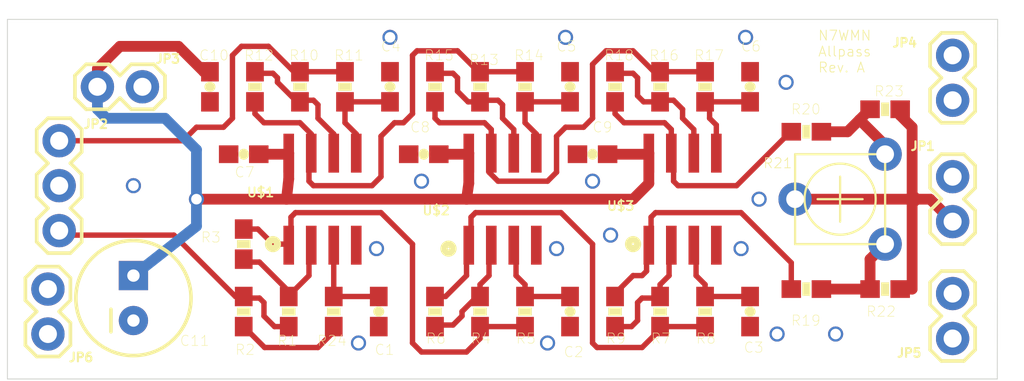
<source format=kicad_pcb>
(kicad_pcb (version 20211014) (generator pcbnew)
  (layers (0 "F.Cu" signal) (31 "B.Cu" signal) (34 "B.Paste" user) (35 "F.Paste" user) (36 "B.SilkS" user "B.Silkscreen") (37 "F.SilkS" user "F.Silkscreen") (38 "B.Mask" user) (39 "F.Mask" user) (44 "Edge.Cuts" user))
  (net 0 "")
  (net 1 "GND")
  (net 2 "N$2")
  (net 3 "N$3")
  (net 4 "N$5")
  (net 5 "N$6")
  (net 6 "N$7")
  (net 7 "N$9")
  (net 8 "N$11")
  (net 9 "N$12")
  (net 10 "N$14")
  (net 11 "N$15")
  (net 12 "N$16")
  (net 13 "N$18")
  (net 14 "N$20")
  (net 15 "N$21")
  (net 16 "N$8")
  (net 17 "N$13")
  (net 18 "N$17")
  (net 19 "N$22")
  (net 20 "VCC5")
  (net 21 "N$27")
  (net 22 "N$28")
  (net 23 "N$29")
  (net 24 "N$30")
  (net 25 "N$31")
  (net 26 "N$1")
  (footprint "allpass:0603-RES" (layer "F.Cu") (at 144.6911 98.6536 -90)
    (fp_text reference "R15" (at -1.778 0.635) (layer "F.SilkS") (effects (font (size 0.579689 0.579689) (thickness 0.029911)) (justify left)))
    (fp_text value "10K")
    (pad "1" smd rect (at -0.85 0 270) (size 1.1 1) (layers "F.Cu" "F.Paste" "F.Mask") (net 14 "N$20"))
    (pad "2" smd rect (at 0.85 0 270) (size 1.1 1) (layers "F.Cu" "F.Paste" "F.Mask") (net 16 "N$8"))
  )
  (footprint "allpass:0603-RES" (layer "F.Cu") (at 139.6111 98.6536 -90)
    (fp_text reference "R11" (at -1.778 0.635) (layer "F.SilkS") (effects (font (size 0.579689 0.579689) (thickness 0.029911)) (justify left)))
    (fp_text value "5.23K")
    (pad "1" smd rect (at -0.85 0 270) (size 1.1 1) (layers "F.Cu" "F.Paste" "F.Mask") (net 22 "N$28"))
    (pad "2" smd rect (at 0.85 0 270) (size 1.1 1) (layers "F.Cu" "F.Paste" "F.Mask") (net 12 "N$16"))
  )
  (footprint "allpass:0603-RES" (layer "F.Cu") (at 149.7711 98.6536 -90)
    (fp_text reference "R14" (at -1.778 0.635) (layer "F.SilkS") (effects (font (size 0.579689 0.579689) (thickness 0.029911)) (justify left)))
    (fp_text value "23.2K")
    (pad "1" smd rect (at -0.85 0 270) (size 1.1 1) (layers "F.Cu" "F.Paste" "F.Mask") (net 13 "N$18"))
    (pad "2" smd rect (at 0.85 0 270) (size 1.1 1) (layers "F.Cu" "F.Paste" "F.Mask") (net 15 "N$21"))
  )
  (footprint "allpass:0603-CAP" (layer "F.Cu") (at 153.5811 102.4636 180)
    (fp_text reference "C9" (at -1.143 1.524) (layer "F.SilkS") (effects (font (size 0.579689 0.579689) (thickness 0.029911)) (justify right)))
    (fp_text value "0.1uF")
    (pad "1" smd rect (at -0.85 0 180) (size 1.1 1) (layers "F.Cu" "F.Paste" "F.Mask") (net 20 "VCC5"))
    (pad "2" smd rect (at 0.85 0 180) (size 1.1 1) (layers "F.Cu" "F.Paste" "F.Mask") (net 1 "GND"))
  )
  (footprint "allpass:0603-CAP" (layer "F.Cu") (at 162.4711 98.6536 90)
    (fp_text reference "C6" (at 2.286 0.635) (layer "F.SilkS") (effects (font (size 0.579689 0.579689) (thickness 0.029911)) (justify right)))
    (fp_text value "0.01uF")
    (pad "1" smd rect (at -0.85 0 90) (size 1.1 1) (layers "F.Cu" "F.Paste" "F.Mask") (net 18 "N$17"))
    (pad "2" smd rect (at 0.85 0 90) (size 1.1 1) (layers "F.Cu" "F.Paste" "F.Mask") (net 1 "GND"))
  )
  (footprint "allpass:0603-CAP" (layer "F.Cu") (at 152.3111 111.3536 -90)
    (fp_text reference "C2" (at 2.286 0.381) (layer "F.SilkS") (effects (font (size 0.579689 0.579689) (thickness 0.029911)) (justify left)))
    (fp_text value "0.01uF")
    (pad "1" smd rect (at -0.85 0 270) (size 1.1 1) (layers "F.Cu" "F.Paste" "F.Mask") (net 6 "N$7"))
    (pad "2" smd rect (at 0.85 0 270) (size 1.1 1) (layers "F.Cu" "F.Paste" "F.Mask") (net 1 "GND"))
  )
  (footprint "allpass:0603-CAP" (layer "F.Cu") (at 141.5161 111.3536 -90)
    (fp_text reference "C1" (at 2.159 0.254) (layer "F.SilkS") (effects (font (size 0.579689 0.579689) (thickness 0.029911)) (justify left)))
    (fp_text value "0.01uF")
    (pad "1" smd rect (at -0.85 0 270) (size 1.1 1) (layers "F.Cu" "F.Paste" "F.Mask") (net 2 "N$2"))
    (pad "2" smd rect (at 0.85 0 270) (size 1.1 1) (layers "F.Cu" "F.Paste" "F.Mask") (net 1 "GND"))
  )
  (footprint "allpass:0603-RES" (layer "F.Cu") (at 157.3911 111.3536 90)
    (fp_text reference "R7" (at -1.524 0.635) (layer "F.SilkS") (effects (font (size 0.579689 0.579689) (thickness 0.029911)) (justify right)))
    (fp_text value "10K")
    (pad "1" smd rect (at -0.85 0 90) (size 1.1 1) (layers "F.Cu" "F.Paste" "F.Mask") (net 7 "N$9"))
    (pad "2" smd rect (at 0.85 0 90) (size 1.1 1) (layers "F.Cu" "F.Paste" "F.Mask") (net 8 "N$11"))
  )
  (footprint "allpass:0603-RES" (layer "F.Cu") (at 170.0911 99.9236)
    (fp_text reference "R23" (at -0.635 -1.016) (layer "F.SilkS") (effects (font (size 0.579689 0.579689) (thickness 0.029911)) (justify left)))
    (fp_text value "0")
    (pad "1" smd rect (at -0.85 0) (size 1.1 1) (layers "F.Cu" "F.Paste" "F.Mask") (net 23 "N$29"))
    (pad "2" smd rect (at 0.85 0) (size 1.1 1) (layers "F.Cu" "F.Paste" "F.Mask") (net 25 "N$31"))
  )
  (footprint "allpass:0603-RES" (layer "F.Cu") (at 133.8961 107.5436 90)
    (fp_text reference "R3" (at 0.381 -1.27) (layer "F.SilkS") (effects (font (size 0.579689 0.579689) (thickness 0.029911)) (justify right)))
    (fp_text value "10K")
    (pad "1" smd rect (at -0.85 0 90) (size 1.1 1) (layers "F.Cu" "F.Paste" "F.Mask") (net 3 "N$3"))
    (pad "2" smd rect (at 0.85 0 90) (size 1.1 1) (layers "F.Cu" "F.Paste" "F.Mask") (net 4 "N$5"))
  )
  (footprint "allpass:0603-RES" (layer "F.Cu") (at 165.6461 101.1936)
    (fp_text reference "R20" (at -0.889 -1.27) (layer "F.SilkS") (effects (font (size 0.579689 0.579689) (thickness 0.029911)) (justify left)))
    (fp_text value "4.7K")
    (pad "1" smd rect (at -0.85 0) (size 1.1 1) (layers "F.Cu" "F.Paste" "F.Mask") (net 19 "N$22"))
    (pad "2" smd rect (at 0.85 0) (size 1.1 1) (layers "F.Cu" "F.Paste" "F.Mask") (net 23 "N$29"))
  )
  (footprint "allpass:0603-RES" (layer "F.Cu") (at 136.4361 111.3536 90)
    (fp_text reference "R1" (at -1.651 0.508) (layer "F.SilkS") (effects (font (size 0.579689 0.579689) (thickness 0.029911)) (justify right)))
    (fp_text value "10K")
    (pad "1" smd rect (at -0.85 0 90) (size 1.1 1) (layers "F.Cu" "F.Paste" "F.Mask") (net 21 "N$27"))
    (pad "2" smd rect (at 0.85 0 90) (size 1.1 1) (layers "F.Cu" "F.Paste" "F.Mask") (net 3 "N$3"))
  )
  (footprint "allpass:1X02" (layer "F.Cu") (at 173.9011 112.8776 90)
    (fp_text reference "JP5" (at -0.8128 -1.7018) (layer "F.SilkS") (effects (font (size 0.4953 0.4953) (thickness 0.1143)) (justify right)))
    (fp_text value "M02PTH")
    (pad "1" thru_hole circle (at 0 0 180) (size 1.8796 1.8796) (drill 1.016) (layers *.Cu *.Mask) (net 1 "GND"))
    (pad "2" thru_hole circle (at 2.54 0 180) (size 1.8796 1.8796) (drill 1.016) (layers *.Cu *.Mask) (net 1 "GND"))
  )
  (footprint "allpass:0603-CAP" (layer "F.Cu") (at 144.0561 102.4636 180)
    (fp_text reference "C8" (at -0.381 1.524) (layer "F.SilkS") (effects (font (size 0.579689 0.579689) (thickness 0.029911)) (justify right)))
    (fp_text value "0.1uF")
    (pad "1" smd rect (at -0.85 0 180) (size 1.1 1) (layers "F.Cu" "F.Paste" "F.Mask") (net 20 "VCC5"))
    (pad "2" smd rect (at 0.85 0 180) (size 1.1 1) (layers "F.Cu" "F.Paste" "F.Mask") (net 1 "GND"))
  )
  (footprint "allpass:0603-CAP" (layer "F.Cu") (at 131.9911 98.6536 -90)
    (fp_text reference "C10" (at -1.778 0.635) (layer "F.SilkS") (effects (font (size 0.579689 0.579689) (thickness 0.029911)) (justify left)))
    (fp_text value "0.1uF")
    (pad "1" smd rect (at -0.85 0 270) (size 1.1 1) (layers "F.Cu" "F.Paste" "F.Mask") (net 20 "VCC5"))
    (pad "2" smd rect (at 0.85 0 270) (size 1.1 1) (layers "F.Cu" "F.Paste" "F.Mask") (net 1 "GND"))
  )
  (footprint "allpass:0603-RES" (layer "F.Cu") (at 154.8511 111.3536 90)
    (fp_text reference "R9" (at -1.524 0.635) (layer "F.SilkS") (effects (font (size 0.579689 0.579689) (thickness 0.029911)) (justify right)))
    (fp_text value "10K")
    (pad "1" smd rect (at -0.85 0 90) (size 1.1 1) (layers "F.Cu" "F.Paste" "F.Mask") (net 8 "N$11"))
    (pad "2" smd rect (at 0.85 0 90) (size 1.1 1) (layers "F.Cu" "F.Paste" "F.Mask") (net 10 "N$14"))
  )
  (footprint "allpass:0603-CAP" (layer "F.Cu") (at 142.1511 98.6536 90)
    (fp_text reference "C4" (at 2.286 0.635) (layer "F.SilkS") (effects (font (size 0.579689 0.579689) (thickness 0.029911)) (justify right)))
    (fp_text value "0.01uF")
    (pad "1" smd rect (at -0.85 0 90) (size 1.1 1) (layers "F.Cu" "F.Paste" "F.Mask") (net 12 "N$16"))
    (pad "2" smd rect (at 0.85 0 90) (size 1.1 1) (layers "F.Cu" "F.Paste" "F.Mask") (net 1 "GND"))
  )
  (footprint "allpass:0603-CAP" (layer "F.Cu") (at 162.4711 111.3536 -90)
    (fp_text reference "C3" (at 2.032 0.381) (layer "F.SilkS") (effects (font (size 0.579689 0.579689) (thickness 0.029911)) (justify left)))
    (fp_text value "0.01uF")
    (pad "1" smd rect (at -0.85 0 270) (size 1.1 1) (layers "F.Cu" "F.Paste" "F.Mask") (net 9 "N$12"))
    (pad "2" smd rect (at 0.85 0 270) (size 1.1 1) (layers "F.Cu" "F.Paste" "F.Mask") (net 1 "GND"))
  )
  (footprint "allpass:0603-RES" (layer "F.Cu") (at 133.8961 111.3536 -90)
    (fp_text reference "R2" (at 2.159 0.508) (layer "F.SilkS") (effects (font (size 0.579689 0.579689) (thickness 0.029911)) (justify left)))
    (fp_text value "1.5K")
    (pad "1" smd rect (at -0.85 0 270) (size 1.1 1) (layers "F.Cu" "F.Paste" "F.Mask") (net 21 "N$27"))
    (pad "2" smd rect (at 0.85 0 270) (size 1.1 1) (layers "F.Cu" "F.Paste" "F.Mask") (net 26 "N$1"))
  )
  (footprint "allpass:0603-RES" (layer "F.Cu") (at 147.2311 111.3536 90)
    (fp_text reference "R4" (at -1.524 0.635) (layer "F.SilkS") (effects (font (size 0.579689 0.579689) (thickness 0.029911)) (justify right)))
    (fp_text value "10K")
    (pad "1" smd rect (at -0.85 0 90) (size 1.1 1) (layers "F.Cu" "F.Paste" "F.Mask") (net 4 "N$5"))
    (pad "2" smd rect (at 0.85 0 90) (size 1.1 1) (layers "F.Cu" "F.Paste" "F.Mask") (net 5 "N$6"))
  )
  (footprint "allpass:1X02" (layer "F.Cu") (at 122.8471 112.6236 90)
    (fp_text reference "JP6" (at -1.3208 2.6162) (layer "F.SilkS") (effects (font (size 0.4953 0.4953) (thickness 0.1143)) (justify right)))
    (fp_text value "M02PTH")
    (pad "1" thru_hole circle (at 0 0 180) (size 1.8796 1.8796) (drill 1.016) (layers *.Cu *.Mask) (net 1 "GND"))
    (pad "2" thru_hole circle (at 2.54 0 180) (size 1.8796 1.8796) (drill 1.016) (layers *.Cu *.Mask) (net 1 "GND"))
  )
  (footprint "allpass:CPOL-RADIAL-100UF-25V" (layer "F.Cu") (at 127.6731 110.5916 90)
    (fp_text reference "C11" (at -2.413 4.318) (layer "F.SilkS") (effects (font (size 0.579689 0.579689) (thickness 0.029911)) (justify right)))
    (fp_text value "100uF")
    (pad "1" thru_hole rect (at 1.27 0 90) (size 1.651 1.651) (drill 0.7) (layers *.Cu *.Mask) (net 20 "VCC5"))
    (pad "2" thru_hole circle (at -1.27 0 90) (size 1.651 1.651) (drill 0.7) (layers *.Cu *.Mask) (net 1 "GND"))
  )
  (footprint "allpass:0603-RES" (layer "F.Cu") (at 157.3911 98.6536 -90)
    (fp_text reference "R16" (at -1.778 0.635) (layer "F.SilkS") (effects (font (size 0.579689 0.579689) (thickness 0.029911)) (justify left)))
    (fp_text value "10K")
    (pad "1" smd rect (at -0.85 0 270) (size 1.1 1) (layers "F.Cu" "F.Paste" "F.Mask") (net 16 "N$8"))
    (pad "2" smd rect (at 0.85 0 270) (size 1.1 1) (layers "F.Cu" "F.Paste" "F.Mask") (net 17 "N$13"))
  )
  (footprint "allpass:0603-RES" (layer "F.Cu") (at 144.6911 111.3536 90)
    (fp_text reference "R6" (at -1.524 0.635) (layer "F.SilkS") (effects (font (size 0.579689 0.579689) (thickness 0.029911)) (justify right)))
    (fp_text value "10K")
    (pad "1" smd rect (at -0.85 0 90) (size 1.1 1) (layers "F.Cu" "F.Paste" "F.Mask") (net 5 "N$6"))
    (pad "2" smd rect (at 0.85 0 90) (size 1.1 1) (layers "F.Cu" "F.Paste" "F.Mask") (net 7 "N$9"))
  )
  (footprint "allpass:0603-RES" (layer "F.Cu") (at 170.0911 110.0836 180)
    (fp_text reference "R22" (at -0.635 -1.27) (layer "F.SilkS") (effects (font (size 0.579689 0.579689) (thickness 0.029911)) (justify right)))
    (fp_text value "0")
    (pad "1" smd rect (at -0.85 0 180) (size 1.1 1) (layers "F.Cu" "F.Paste" "F.Mask") (net 25 "N$31"))
    (pad "2" smd rect (at 0.85 0 180) (size 1.1 1) (layers "F.Cu" "F.Paste" "F.Mask") (net 24 "N$30"))
  )
  (footprint "allpass:0603-RES" (layer "F.Cu") (at 134.5311 98.6536 -90)
    (fp_text reference "R12" (at -1.778 0.635) (layer "F.SilkS") (effects (font (size 0.579689 0.579689) (thickness 0.029911)) (justify left)))
    (fp_text value "10K")
    (pad "1" smd rect (at -0.85 0 270) (size 1.1 1) (layers "F.Cu" "F.Paste" "F.Mask") (net 11 "N$15"))
    (pad "2" smd rect (at 0.85 0 270) (size 1.1 1) (layers "F.Cu" "F.Paste" "F.Mask") (net 13 "N$18"))
  )
  (footprint "allpass:0603-RES" (layer "F.Cu") (at 147.2311 98.6536 -90)
    (fp_text reference "R13" (at -1.524 0.635) (layer "F.SilkS") (effects (font (size 0.579689 0.579689) (thickness 0.029911)) (justify left)))
    (fp_text value "10K")
    (pad "1" smd rect (at -0.85 0 270) (size 1.1 1) (layers "F.Cu" "F.Paste" "F.Mask") (net 13 "N$18"))
    (pad "2" smd rect (at 0.85 0 270) (size 1.1 1) (layers "F.Cu" "F.Paste" "F.Mask") (net 14 "N$20"))
  )
  (footprint "allpass:SOIC8" (layer "F.Cu") (at 148.5011 105.0036)
    (fp_text reference "U$2" (at -2.921 0.635) (layer "F.SilkS") (effects (font (size 0.516128 0.516128) (thickness 0.093472)) (justify right)))
    (fp_text value "LM4562")
    (pad "1" smd rect (at -1.905 2.6) (size 0.6 2.2) (layers "F.Cu" "F.Paste" "F.Mask") (net 7 "N$9"))
    (pad "2" smd rect (at -0.635 2.6) (size 0.6 2.2) (layers "F.Cu" "F.Paste" "F.Mask") (net 5 "N$6"))
    (pad "3" smd rect (at 0.635 2.6) (size 0.6 2.2) (layers "F.Cu" "F.Paste" "F.Mask") (net 6 "N$7"))
    (pad "4" smd rect (at 1.905 2.6) (size 0.6 2.2) (layers "F.Cu" "F.Paste" "F.Mask") (net 1 "GND"))
    (pad "5" smd rect (at 1.905 -2.6) (size 0.6 2.2) (layers "F.Cu" "F.Paste" "F.Mask") (net 15 "N$21"))
    (pad "6" smd rect (at 0.635 -2.6) (size 0.6 2.2) (layers "F.Cu" "F.Paste" "F.Mask") (net 14 "N$20"))
    (pad "7" smd rect (at -0.635 -2.6) (size 0.6 2.2) (layers "F.Cu" "F.Paste" "F.Mask") (net 16 "N$8"))
    (pad "8" smd rect (at -1.905 -2.6) (size 0.6 2.2) (layers "F.Cu" "F.Paste" "F.Mask") (net 20 "VCC5"))
  )
  (footprint "allpass:0603-RES" (layer "F.Cu") (at 149.7711 111.3536 90)
    (fp_text reference "R5" (at -1.524 0.635) (layer "F.SilkS") (effects (font (size 0.579689 0.579689) (thickness 0.029911)) (justify right)))
    (fp_text value "11.3K")
    (pad "1" smd rect (at -0.85 0 90) (size 1.1 1) (layers "F.Cu" "F.Paste" "F.Mask") (net 4 "N$5"))
    (pad "2" smd rect (at 0.85 0 90) (size 1.1 1) (layers "F.Cu" "F.Paste" "F.Mask") (net 6 "N$7"))
  )
  (footprint "allpass:0603-CAP" (layer "F.Cu") (at 133.8961 102.4636 180)
    (fp_text reference "C7" (at -0.635 -1.016) (layer "F.SilkS") (effects (font (size 0.579689 0.579689) (thickness 0.029911)) (justify right)))
    (fp_text value "0.1uF")
    (pad "1" smd rect (at -0.85 0 180) (size 1.1 1) (layers "F.Cu" "F.Paste" "F.Mask") (net 20 "VCC5"))
    (pad "2" smd rect (at 0.85 0 180) (size 1.1 1) (layers "F.Cu" "F.Paste" "F.Mask") (net 1 "GND"))
  )
  (footprint "allpass:0603-RES" (layer "F.Cu") (at 159.9311 111.3536 90)
    (fp_text reference "R8" (at -1.524 0.635) (layer "F.SilkS") (effects (font (size 0.579689 0.579689) (thickness 0.029911)) (justify right)))
    (fp_text value "51.1K")
    (pad "1" smd rect (at -0.85 0 90) (size 1.1 1) (layers "F.Cu" "F.Paste" "F.Mask") (net 7 "N$9"))
    (pad "2" smd rect (at 0.85 0 90) (size 1.1 1) (layers "F.Cu" "F.Paste" "F.Mask") (net 9 "N$12"))
  )
  (footprint "allpass:1X02" (layer "F.Cu") (at 173.9011 99.4156 90)
    (fp_text reference "JP4" (at 3.2512 -1.9558) (layer "F.SilkS") (effects (font (size 0.4953 0.4953) (thickness 0.1143)) (justify right)))
    (fp_text value "M02PTH")
    (pad "1" thru_hole circle (at 0 0 180) (size 1.8796 1.8796) (drill 1.016) (layers *.Cu *.Mask) (net 1 "GND"))
    (pad "2" thru_hole circle (at 2.54 0 180) (size 1.8796 1.8796) (drill 1.016) (layers *.Cu *.Mask) (net 1 "GND"))
  )
  (footprint "allpass:TRIM_POT_PTH" (layer "F.Cu") (at 167.5511 105.0036 90)
    (fp_text reference "R21" (at 2.032 -2.667) (layer "F.SilkS") (effects (font (size 0.564733 0.564733) (thickness 0.044867)) (justify right)))
    (fp_text value "TRIMPOTPTH")
    (pad "1" thru_hole circle (at -2.54 2.54 270) (size 1.8796 1.8796) (drill 1) (layers *.Cu *.Mask) (net 24 "N$30"))
    (pad "2" thru_hole circle (at 0 -2.54 270) (size 1.8796 1.8796) (drill 1) (layers *.Cu *.Mask) (net 25 "N$31"))
    (pad "3" thru_hole circle (at 2.54 2.54 270) (size 1.8796 1.8796) (drill 1) (layers *.Cu *.Mask) (net 23 "N$29"))
  )
  (footprint "allpass:1X02" (layer "F.Cu") (at 125.6411 98.6536)
    (fp_text reference "JP3" (at 3.2258 -1.5748) (layer "F.SilkS") (effects (font (size 0.4953 0.4953) (thickness 0.1143)) (justify left)))
    (fp_text value "M02PTH")
    (pad "1" thru_hole circle (at 0 0 90) (size 1.8796 1.8796) (drill 1.016) (layers *.Cu *.Mask) (net 20 "VCC5"))
    (pad "2" thru_hole circle (at 2.54 0 90) (size 1.8796 1.8796) (drill 1.016) (layers *.Cu *.Mask) (net 1 "GND"))
  )
  (footprint "allpass:SOIC8" (layer "F.Cu") (at 158.6611 105.0036)
    (fp_text reference "U$3" (at -2.667 0.381) (layer "F.SilkS") (effects (font (size 0.516128 0.516128) (thickness 0.093472)) (justify right)))
    (fp_text value "LM4562")
    (pad "1" smd rect (at -1.905 2.6) (size 0.6 2.2) (layers "F.Cu" "F.Paste" "F.Mask") (net 10 "N$14"))
    (pad "2" smd rect (at -0.635 2.6) (size 0.6 2.2) (layers "F.Cu" "F.Paste" "F.Mask") (net 8 "N$11"))
    (pad "3" smd rect (at 0.635 2.6) (size 0.6 2.2) (layers "F.Cu" "F.Paste" "F.Mask") (net 9 "N$12"))
    (pad "4" smd rect (at 1.905 2.6) (size 0.6 2.2) (layers "F.Cu" "F.Paste" "F.Mask") (net 1 "GND"))
    (pad "5" smd rect (at 1.905 -2.6) (size 0.6 2.2) (layers "F.Cu" "F.Paste" "F.Mask") (net 18 "N$17"))
    (pad "6" smd rect (at 0.635 -2.6) (size 0.6 2.2) (layers "F.Cu" "F.Paste" "F.Mask") (net 17 "N$13"))
    (pad "7" smd rect (at -0.635 -2.6) (size 0.6 2.2) (layers "F.Cu" "F.Paste" "F.Mask") (net 19 "N$22"))
    (pad "8" smd rect (at -1.905 -2.6) (size 0.6 2.2) (layers "F.Cu" "F.Paste" "F.Mask") (net 20 "VCC5"))
  )
  (footprint "allpass:0603-RES" (layer "F.Cu") (at 159.9311 98.6536 -90)
    (fp_text reference "R17" (at -1.778 0.635) (layer "F.SilkS") (effects (font (size 0.579689 0.579689) (thickness 0.029911)) (justify left)))
    (fp_text value "178K")
    (pad "1" smd rect (at -0.85 0 270) (size 1.1 1) (layers "F.Cu" "F.Paste" "F.Mask") (net 16 "N$8"))
    (pad "2" smd rect (at 0.85 0 270) (size 1.1 1) (layers "F.Cu" "F.Paste" "F.Mask") (net 18 "N$17"))
  )
  (footprint "allpass:1X02" (layer "F.Cu") (at 173.9011 106.2736 90)
    (fp_text reference "JP1" (at 4.2672 -0.9398) (layer "F.SilkS") (effects (font (size 0.4953 0.4953) (thickness 0.1143)) (justify right)))
    (fp_text value "M02PTH")
    (pad "1" thru_hole circle (at 0 0 180) (size 1.8796 1.8796) (drill 1.016) (layers *.Cu *.Mask) (net 25 "N$31"))
    (pad "2" thru_hole circle (at 2.54 0 180) (size 1.8796 1.8796) (drill 1.016) (layers *.Cu *.Mask) (net 1 "GND"))
  )
  (footprint "allpass:0603-CAP" (layer "F.Cu") (at 152.3111 98.6536 90)
    (fp_text reference "C5" (at 2.286 0.381) (layer "F.SilkS") (effects (font (size 0.579689 0.579689) (thickness 0.029911)) (justify right)))
    (fp_text value "0.01uF")
    (pad "1" smd rect (at -0.85 0 90) (size 1.1 1) (layers "F.Cu" "F.Paste" "F.Mask") (net 15 "N$21"))
    (pad "2" smd rect (at 0.85 0 90) (size 1.1 1) (layers "F.Cu" "F.Paste" "F.Mask") (net 1 "GND"))
  )
  (footprint "allpass:SOIC8" (layer "F.Cu") (at 138.3411 105.0036)
    (fp_text reference "U$1" (at -2.667 -0.381) (layer "F.SilkS") (effects (font (size 0.516128 0.516128) (thickness 0.093472)) (justify right)))
    (fp_text value "LM4562")
    (pad "1" smd rect (at -1.905 2.6) (size 0.6 2.2) (layers "F.Cu" "F.Paste" "F.Mask") (net 4 "N$5"))
    (pad "2" smd rect (at -0.635 2.6) (size 0.6 2.2) (layers "F.Cu" "F.Paste" "F.Mask") (net 3 "N$3"))
    (pad "3" smd rect (at 0.635 2.6) (size 0.6 2.2) (layers "F.Cu" "F.Paste" "F.Mask") (net 2 "N$2"))
    (pad "4" smd rect (at 1.905 2.6) (size 0.6 2.2) (layers "F.Cu" "F.Paste" "F.Mask") (net 1 "GND"))
    (pad "5" smd rect (at 1.905 -2.6) (size 0.6 2.2) (layers "F.Cu" "F.Paste" "F.Mask") (net 12 "N$16"))
    (pad "6" smd rect (at 0.635 -2.6) (size 0.6 2.2) (layers "F.Cu" "F.Paste" "F.Mask") (net 11 "N$15"))
    (pad "7" smd rect (at -0.635 -2.6) (size 0.6 2.2) (layers "F.Cu" "F.Paste" "F.Mask") (net 13 "N$18"))
    (pad "8" smd rect (at -1.905 -2.6) (size 0.6 2.2) (layers "F.Cu" "F.Paste" "F.Mask") (net 20 "VCC5"))
  )
  (footprint "allpass:0603-RES" (layer "F.Cu") (at 165.6461 110.0836)
    (fp_text reference "R19" (at -0.889 1.778) (layer "F.SilkS") (effects (font (size 0.579689 0.579689) (thickness 0.029911)) (justify left)))
    (fp_text value "4.7K")
    (pad "1" smd rect (at -0.85 0) (size 1.1 1) (layers "F.Cu" "F.Paste" "F.Mask") (net 10 "N$14"))
    (pad "2" smd rect (at 0.85 0) (size 1.1 1) (layers "F.Cu" "F.Paste" "F.Mask") (net 24 "N$30"))
  )
  (footprint "allpass:1X03" (layer "F.Cu") (at 123.4821 101.7016 -90)
    (fp_text reference "JP2" (at -0.9398 -1.3208) (layer "F.SilkS") (effects (font (size 0.4953 0.4953) (thickness 0.1143)) (justify left)))
    (fp_text value "")
    (pad "1" thru_hole circle (at 0 0) (size 1.8796 1.8796) (drill 1.016) (layers *.Cu *.Mask) (net 22 "N$28"))
    (pad "2" thru_hole circle (at 2.54 0) (size 1.8796 1.8796) (drill 1.016) (layers *.Cu *.Mask) (net 1 "GND"))
    (pad "3" thru_hole circle (at 5.08 0) (size 1.8796 1.8796) (drill 1.016) (layers *.Cu *.Mask) (net 21 "N$27"))
  )
  (footprint "allpass:0603-RES" (layer "F.Cu") (at 154.8511 98.6536 -90)
    (fp_text reference "R18" (at -1.778 0.635) (layer "F.SilkS") (effects (font (size 0.579689 0.579689) (thickness 0.029911)) (justify left)))
    (fp_text value "10K")
    (pad "1" smd rect (at -0.85 0 270) (size 1.1 1) (layers "F.Cu" "F.Paste" "F.Mask") (net 17 "N$13"))
    (pad "2" smd rect (at 0.85 0 270) (size 1.1 1) (layers "F.Cu" "F.Paste" "F.Mask") (net 19 "N$22"))
  )
  (footprint "allpass:0603-RES" (layer "F.Cu") (at 137.0711 98.6536 -90)
    (fp_text reference "R10" (at -1.778 0.635) (layer "F.SilkS") (effects (font (size 0.579689 0.579689) (thickness 0.029911)) (justify left)))
    (fp_text value "10K")
    (pad "1" smd rect (at -0.85 0 270) (size 1.1 1) (layers "F.Cu" "F.Paste" "F.Mask") (net 22 "N$28"))
    (pad "2" smd rect (at 0.85 0 270) (size 1.1 1) (layers "F.Cu" "F.Paste" "F.Mask") (net 11 "N$15"))
  )
  (footprint "allpass:0603-RES" (layer "F.Cu") (at 138.9761 111.3536 90)
    (fp_text reference "R24" (at -1.651 0.762) (layer "F.SilkS") (effects (font (size 0.579689 0.579689) (thickness 0.029911)) (justify right)))
    (fp_text value "200")
    (pad "1" smd rect (at -0.85 0 90) (size 1.1 1) (layers "F.Cu" "F.Paste" "F.Mask") (net 26 "N$1"))
    (pad "2" smd rect (at 0.85 0 90) (size 1.1 1) (layers "F.Cu" "F.Paste" "F.Mask") (net 2 "N$2"))
  )
  (gr_circle (center 145.4531 107.7976) (end 145.7071 107.7976) (layer "F.SilkS") (width 0.4064) (fill none))
  (gr_circle (center 135.5471 107.5436) (end 135.8011 107.5436) (layer "F.SilkS") (width 0.4064) (fill none))
  (gr_circle (center 155.8671 107.5436) (end 156.1211 107.5436) (layer "F.SilkS") (width 0.4064) (fill none))
  (gr_line (start 120.5611 115.1636) (end 176.4211 115.1636) (layer "Edge.Cuts") (width 0.05))
  (gr_line (start 176.4211 115.1636) (end 176.4411 94.8436) (layer "Edge.Cuts") (width 0.05))
  (gr_line (start 120.5611 94.8436) (end 120.5611 115.1636) (layer "Edge.Cuts") (width 0.05))
  (gr_line (start 176.4411 94.8436) (end 120.5611 94.8436) (layer "Edge.Cuts") (width 0.05))
  (gr_text "N7WMN\nAllpass\nRev. A" (at 166.2811 97.8916) (layer "F.SilkS") (effects (font (size 0.560832 0.560832) (thickness 0.048768)) (justify left bottom)))
  (via (at 152.0571 95.8596) (size 0.854) (drill 0.6) (layers "F.Cu" "B.Cu") (net 1))
  (via (at 127.6731 104.2416) (size 0.854) (drill 0.6) (layers "F.Cu" "B.Cu") (net 1))
  (via (at 141.3891 107.7976) (size 0.854) (drill 0.6) (layers "F.Cu" "B.Cu") (net 1))
  (via (at 163.9951 112.6236) (size 0.854) (drill 0.6) (layers "F.Cu" "B.Cu") (net 1))
  (via (at 161.9631 107.7976) (size 0.854) (drill 0.6) (layers "F.Cu" "B.Cu") (net 1))
  (via (at 154.5971 107.0356) (size 0.854) (drill 0.6) (layers "F.Cu" "B.Cu") (net 1))
  (via (at 143.9291 103.9876) (size 0.854) (drill 0.6) (layers "F.Cu" "B.Cu") (net 1))
  (via (at 140.3731 113.1316) (size 0.854) (drill 0.6) (layers "F.Cu" "B.Cu") (net 1))
  (via (at 153.5811 103.9876) (size 0.854) (drill 0.6) (layers "F.Cu" "B.Cu") (net 1))
  (via (at 151.5491 107.7976) (size 0.854) (drill 0.6) (layers "F.Cu" "B.Cu") (net 1))
  (via (at 164.5031 98.3996) (size 0.854) (drill 0.6) (layers "F.Cu" "B.Cu") (net 1))
  (via (at 162.2171 95.8596) (size 0.854) (drill 0.6) (layers "F.Cu" "B.Cu") (net 1))
  (via (at 167.2971 112.6236) (size 0.854) (drill 0.6) (layers "F.Cu" "B.Cu") (net 1))
  (via (at 151.0411 113.1316) (size 0.854) (drill 0.6) (layers "F.Cu" "B.Cu") (net 1))
  (via (at 162.9791 105.0036) (size 0.854) (drill 0.6) (layers "F.Cu" "B.Cu") (net 1))
  (via (at 142.1511 95.8596) (size 0.854) (drill 0.6) (layers "F.Cu" "B.Cu") (net 1))
  (segment (start 138.9761 110.5036) (end 138.9761 107.6036) (width 0.3048) (layer "F.Cu") (net 2))
  (segment (start 141.5161 110.5036) (end 138.9761 110.5036) (width 0.3048) (layer "F.Cu") (net 2))
  (segment (start 136.4361 110.5036) (end 136.4361 110.4646) (width 0.3048) (layer "F.Cu") (net 3))
  (segment (start 134.0621 108.5596) (end 133.8961 108.3936) (width 0.3048) (layer "F.Cu") (net 3))
  (segment (start 137.5791 109.3216) (end 137.5791 107.7306) (width 0.3048) (layer "F.Cu") (net 3))
  (segment (start 136.4361 110.2106) (end 134.7851 108.5596) (width 0.3048) (layer "F.Cu") (net 3))
  (segment (start 136.4361 110.5036) (end 136.4361 110.2106) (width 0.3048) (layer "F.Cu") (net 3))
  (segment (start 137.5791 107.7306) (end 137.7061 107.6036) (width 0.3048) (layer "F.Cu") (net 3))
  (segment (start 136.4361 110.4646) (end 137.5791 109.3216) (width 0.3048) (layer "F.Cu") (net 3))
  (segment (start 134.7851 108.5596) (end 134.0621 108.5596) (width 0.3048) (layer "F.Cu") (net 3))
  (segment (start 143.4211 107.5436) (end 141.6431 105.7656) (width 0.3048) (layer "F.Cu") (net 4))
  (segment (start 133.8961 106.6936) (end 134.6971 106.6936) (width 0.3048) (layer "F.Cu") (net 4))
  (segment (start 136.3761 107.5436) (end 136.4361 107.6036) (width 0.3048) (layer "F.Cu") (net 4))
  (segment (start 143.4211 113.1316) (end 143.4211 107.5436) (width 0.3048) (layer "F.Cu") (net 4))
  (segment (start 146.4691 113.6396) (end 143.9291 113.6396) (width 0.3048) (layer "F.Cu") (net 4))
  (segment (start 136.5631 106.0196) (end 136.5631 107.4766) (width 0.3048) (layer "F.Cu") (net 4))
  (segment (start 149.7711 112.2036) (end 147.2311 112.2036) (width 0.3048) (layer "F.Cu") (net 4))
  (segment (start 147.2311 112.8776) (end 146.4691 113.6396) (width 0.3048) (layer "F.Cu") (net 4))
  (segment (start 147.2311 112.2036) (end 147.2311 112.8776) (width 0.3048) (layer "F.Cu") (net 4))
  (segment (start 136.5631 107.4766) (end 136.4361 107.6036) (width 0.3048) (layer "F.Cu") (net 4))
  (segment (start 143.9291 113.6396) (end 143.4211 113.1316) (width 0.3048) (layer "F.Cu") (net 4))
  (segment (start 136.8171 105.7656) (end 136.5631 106.0196) (width 0.3048) (layer "F.Cu") (net 4))
  (segment (start 141.6431 105.7656) (end 136.8171 105.7656) (width 0.3048) (layer "F.Cu") (net 4))
  (segment (start 134.6971 106.6936) (end 135.5471 107.5436) (width 0.3048) (layer "F.Cu") (net 4))
  (segment (start 135.5471 107.5436) (end 136.3761 107.5436) (width 0.3048) (layer "F.Cu") (net 4))
  (segment (start 147.2311 109.8296) (end 147.7391 109.3216) (width 0.3048) (layer "F.Cu") (net 5))
  (segment (start 147.2311 110.5036) (end 147.0651 110.5036) (width 0.3048) (layer "F.Cu") (net 5))
  (segment (start 147.7391 107.7306) (end 147.8661 107.6036) (width 0.3048) (layer "F.Cu") (net 5))
  (segment (start 144.7791 112.1156) (end 144.6911 112.2036) (width 0.3048) (layer "F.Cu") (net 5))
  (segment (start 146.2151 111.3536) (end 146.2151 111.6076) (width 0.3048) (layer "F.Cu") (net 5))
  (segment (start 147.2311 110.5036) (end 147.2311 109.8296) (width 0.3048) (layer "F.Cu") (net 5))
  (segment (start 147.0651 110.5036) (end 146.2151 111.3536) (width 0.3048) (layer "F.Cu") (net 5))
  (segment (start 146.2151 111.6076) (end 145.7071 112.1156) (width 0.3048) (layer "F.Cu") (net 5))
  (segment (start 147.7391 109.3216) (end 147.7391 107.7306) (width 0.3048) (layer "F.Cu") (net 5))
  (segment (start 145.7071 112.1156) (end 144.7791 112.1156) (width 0.3048) (layer "F.Cu") (net 5))
  (segment (start 149.2631 107.7306) (end 149.1361 107.6036) (width 0.3048) (layer "F.Cu") (net 6))
  (segment (start 149.2631 109.3216) (end 149.2631 107.7306) (width 0.3048) (layer "F.Cu") (net 6))
  (segment (start 149.7711 109.8296) (end 149.2631 109.3216) (width 0.3048) (layer "F.Cu") (net 6))
  (segment (start 149.7711 110.5036) (end 149.7711 109.8296) (width 0.3048) (layer "F.Cu") (net 6))
  (segment (start 152.3111 110.5036) (end 149.7711 110.5036) (width 0.3048) (layer "F.Cu") (net 6))
  (segment (start 153.5811 107.5436) (end 151.8031 105.7656) (width 0.3048) (layer "F.Cu") (net 7))
  (segment (start 146.7231 106.0196) (end 146.7231 107.4766) (width 0.3048) (layer "F.Cu") (net 7))
  (segment (start 146.7231 107.4766) (end 146.5961 107.6036) (width 0.3048) (layer "F.Cu") (net 7))
  (segment (start 157.3911 112.3696) (end 156.3751 113.3856) (width 0.3048) (layer "F.Cu") (net 7))
  (segment (start 153.8351 113.3856) (end 153.5811 113.1316) (width 0.3048) (layer "F.Cu") (net 7))
  (segment (start 145.2871 110.5036) (end 146.4691 109.3216) (width 0.3048) (layer "F.Cu") (net 7))
  (segment (start 151.8031 105.7656) (end 146.9771 105.7656) (width 0.3048) (layer "F.Cu") (net 7))
  (segment (start 146.9771 105.7656) (end 146.7231 106.0196) (width 0.3048) (layer "F.Cu") (net 7))
  (segment (start 157.3911 112.2036) (end 157.3911 112.3696) (width 0.3048) (layer "F.Cu") (net 7))
  (segment (start 146.4691 107.7306) (end 146.5961 107.6036) (width 0.3048) (layer "F.Cu") (net 7))
  (segment (start 144.6911 110.5036) (end 145.2871 110.5036) (width 0.3048) (layer "F.Cu") (net 7))
  (segment (start 146.4691 109.3216) (end 146.4691 107.7306) (width 0.3048) (layer "F.Cu") (net 7))
  (segment (start 156.3751 113.3856) (end 153.8351 113.3856) (width 0.3048) (layer "F.Cu") (net 7))
  (segment (start 159.9311 112.2036) (end 157.3911 112.2036) (width 0.3048) (layer "F.Cu") (net 7))
  (segment (start 153.5811 113.1316) (end 153.5811 107.5436) (width 0.3048) (layer "F.Cu") (net 7))
  (segment (start 157.3911 109.8296) (end 157.8991 109.3216) (width 0.3048) (layer "F.Cu") (net 8))
  (segment (start 157.8991 109.3216) (end 157.8991 107.7306) (width 0.3048) (layer "F.Cu") (net 8))
  (segment (start 154.8511 112.2036) (end 155.7791 112.2036) (width 0.3048) (layer "F.Cu") (net 8))
  (segment (start 155.7791 112.2036) (end 156.1211 111.8616) (width 0.3048) (layer "F.Cu") (net 8))
  (segment (start 156.3751 110.5916) (end 157.3031 110.5916) (width 0.3048) (layer "F.Cu") (net 8))
  (segment (start 157.3031 110.5916) (end 157.3911 110.5036) (width 0.3048) (layer "F.Cu") (net 8))
  (segment (start 156.1211 111.8616) (end 156.1211 110.8456) (width 0.3048) (layer "F.Cu") (net 8))
  (segment (start 157.3911 110.5036) (end 157.3911 109.8296) (width 0.3048) (layer "F.Cu") (net 8))
  (segment (start 156.1211 110.8456) (end 156.3751 110.5916) (width 0.3048) (layer "F.Cu") (net 8))
  (segment (start 157.8991 107.7306) (end 158.0261 107.6036) (width 0.3048) (layer "F.Cu") (net 8))
  (segment (start 159.9311 109.8296) (end 159.4231 109.3216) (width 0.3048) (layer "F.Cu") (net 9))
  (segment (start 159.9311 110.5036) (end 159.9311 109.8296) (width 0.3048) (layer "F.Cu") (net 9))
  (segment (start 159.4231 107.7306) (end 159.2961 107.6036) (width 0.3048) (layer "F.Cu") (net 9))
  (segment (start 159.4231 109.3216) (end 159.4231 107.7306) (width 0.3048) (layer "F.Cu") (net 9))
  (segment (start 159.9311 110.5036) (end 162.4711 110.5036) (width 0.3048) (layer "F.Cu") (net 9))
  (segment (start 156.6291 107.7306) (end 156.7561 107.6036) (width 0.3048) (layer "F.Cu") (net 10))
  (segment (start 156.3751 109.3216) (end 156.6291 109.0676) (width 0.3048) (layer "F.Cu") (net 10))
  (segment (start 161.9631 105.7656) (end 157.1371 105.7656) (width 0.3048) (layer "F.Cu") (net 10))
  (segment (start 164.7961 108.5986) (end 161.9631 105.7656) (width 0.3048) (layer "F.Cu") (net 10))
  (segment (start 154.8511 110.5036) (end 154.8511 110.3376) (width 0.3048) (layer "F.Cu") (net 10))
  (segment (start 156.8831 107.4766) (end 156.7561 107.6036) (width 0.3048) (layer "F.Cu") (net 10))
  (segment (start 154.8511 110.3376) (end 155.8671 109.3216) (width 0.3048) (layer "F.Cu") (net 10))
  (segment (start 155.8671 109.3216) (end 156.3751 109.3216) (width 0.3048) (layer "F.Cu") (net 10))
  (segment (start 156.8831 106.0196) (end 156.8831 107.4766) (width 0.3048) (layer "F.Cu") (net 10))
  (segment (start 157.1371 105.7656) (end 156.8831 106.0196) (width 0.3048) (layer "F.Cu") (net 10))
  (segment (start 164.7961 110.0836) (end 164.7961 108.5986) (width 0.3048) (layer "F.Cu") (net 10))
  (segment (start 156.6291 109.0676) (end 156.6291 107.7306) (width 0.3048) (layer "F.Cu") (net 10))
  (segment (start 134.6191 97.8916) (end 134.5311 97.8036) (width 0.3048) (layer "F.Cu") (net 11))
  (segment (start 135.5471 97.8916) (end 134.6191 97.8916) (width 0.3048) (layer "F.Cu") (net 11))
  (segment (start 137.1591 99.4156) (end 137.0711 99.5036) (width 0.3048) (layer "F.Cu") (net 11))
  (segment (start 137.0711 99.5036) (end 136.9051 99.5036) (width 0.3048) (layer "F.Cu") (net 11))
  (segment (start 138.0871 99.6696) (end 137.8331 99.4156) (width 0.3048) (layer "F.Cu") (net 11))
  (segment (start 136.9051 99.5036) (end 135.8011 98.3996) (width 0.3048) (layer "F.Cu") (net 11))
  (segment (start 135.8011 98.1456) (end 135.5471 97.8916) (width 0.3048) (layer "F.Cu") (net 11))
  (segment (start 138.0871 100.4316) (end 138.0871 99.6696) (width 0.3048) (layer "F.Cu") (net 11))
  (segment (start 138.9761 101.3206) (end 138.0871 100.4316) (width 0.3048) (layer "F.Cu") (net 11))
  (segment (start 137.8331 99.4156) (end 137.1591 99.4156) (width 0.3048) (layer "F.Cu") (net 11))
  (segment (start 135.8011 98.3996) (end 135.8011 98.1456) (width 0.3048) (layer "F.Cu") (net 11))
  (segment (start 138.9761 102.4036) (end 138.9761 101.3206) (width 0.3048) (layer "F.Cu") (net 11))
  (segment (start 139.6111 99.5036) (end 142.1511 99.5036) (width 0.3048) (layer "F.Cu") (net 12))
  (segment (start 140.2461 101.3206) (end 139.6111 100.6856) (width 0.3048) (layer "F.Cu") (net 12))
  (segment (start 140.2461 102.4036) (end 140.2461 101.3206) (width 0.3048) (layer "F.Cu") (net 12))
  (segment (start 139.6111 100.6856) (end 139.6111 99.5036) (width 0.3048) (layer "F.Cu") (net 12))
  (segment (start 137.8331 104.2416) (end 137.5791 103.9876) (width 0.3048) (layer "F.Cu") (net 13))
  (segment (start 143.4211 96.8756) (end 143.4211 100.1776) (width 0.3048) (layer "F.Cu") (net 13))
  (segment (start 147.2311 97.8036) (end 149.7711 97.8036) (width 0.3048) (layer "F.Cu") (net 13))
  (segment (start 141.6431 101.4476) (end 141.6431 103.7336) (width 0.3048) (layer "F.Cu") (net 13))
  (segment (start 141.6431 103.7336) (end 141.1351 104.2416) (width 0.3048) (layer "F.Cu") (net 13))
  (segment (start 137.7061 102.4036) (end 137.7061 101.3206) (width 0.3048) (layer "F.Cu") (net 13))
  (segment (start 137.0711 100.6856) (end 135.0391 100.6856) (width 0.3048) (layer "F.Cu") (net 13))
  (segment (start 137.5791 102.5306) (end 137.7061 102.4036) (width 0.3048) (layer "F.Cu") (net 13))
  (segment (start 141.1351 104.2416) (end 137.8331 104.2416) (width 0.3048) (layer "F.Cu") (net 13))
  (segment (start 147.2311 97.8036) (end 147.1431 97.8036) (width 0.3048) (layer "F.Cu") (net 13))
  (segment (start 135.0391 100.6856) (end 134.5311 100.1776) (width 0.3048) (layer "F.Cu") (net 13))
  (segment (start 142.9131 100.6856) (end 142.4051 100.6856) (width 0.3048) (layer "F.Cu") (net 13))
  (segment (start 147.1431 97.8036) (end 145.9611 96.6216) (width 0.3048) (layer "F.Cu") (net 13))
  (segment (start 134.5311 100.1776) (end 134.5311 99.5036) (width 0.3048) (layer "F.Cu") (net 13))
  (segment (start 143.4211 100.1776) (end 142.9131 100.6856) (width 0.3048) (layer "F.Cu") (net 13))
  (segment (start 142.4051 100.6856) (end 141.6431 101.4476) (width 0.3048) (layer "F.Cu") (net 13))
  (segment (start 143.6751 96.6216) (end 143.4211 96.8756) (width 0.3048) (layer "F.Cu") (net 13))
  (segment (start 137.5791 103.9876) (end 137.5791 102.5306) (width 0.3048) (layer "F.Cu") (net 13))
  (segment (start 137.7061 101.3206) (end 137.0711 100.6856) (width 0.3048) (layer "F.Cu") (net 13))
  (segment (start 145.9611 96.6216) (end 143.6751 96.6216) (width 0.3048) (layer "F.Cu") (net 13))
  (segment (start 146.5571 99.5036) (end 145.9611 98.9076) (width 0.3048) (layer "F.Cu") (net 14))
  (segment (start 148.5011 100.4316) (end 148.5011 99.6696) (width 0.3048) (layer "F.Cu") (net 14))
  (segment (start 148.2471 99.4156) (end 147.3191 99.4156) (width 0.3048) (layer "F.Cu") (net 14))
  (segment (start 145.9611 98.1456) (end 145.7071 97.8916) (width 0.3048) (layer "F.Cu") (net 14))
  (segment (start 148.5011 99.6696) (end 148.2471 99.4156) (width 0.3048) (layer "F.Cu") (net 14))
  (segment (start 144.7791 97.8916) (end 144.6911 97.8036) (width 0.3048) (layer "F.Cu") (net 14))
  (segment (start 147.3191 99.4156) (end 147.2311 99.5036) (width 0.3048) (layer "F.Cu") (net 14))
  (segment (start 145.9611 98.9076) (end 145.9611 98.1456) (width 0.3048) (layer "F.Cu") (net 14))
  (segment (start 145.7071 97.8916) (end 144.7791 97.8916) (width 0.3048) (layer "F.Cu") (net 14))
  (segment (start 149.1361 101.0666) (end 148.5011 100.4316) (width 0.3048) (layer "F.Cu") (net 14))
  (segment (start 149.1361 102.4036) (end 149.1361 101.0666) (width 0.3048) (layer "F.Cu") (net 14))
  (segment (start 147.2311 99.5036) (end 146.5571 99.5036) (width 0.3048) (layer "F.Cu") (net 14))
  (segment (start 150.4061 101.3206) (end 149.7711 100.6856) (width 0.3048) (layer "F.Cu") (net 15))
  (segment (start 149.7711 100.6856) (end 149.7711 99.5036) (width 0.3048) (layer "F.Cu") (net 15))
  (segment (start 150.4061 102.4036) (end 150.4061 101.3206) (width 0.3048) (layer "F.Cu") (net 15))
  (segment (start 152.3111 99.5036) (end 149.7711 99.5036) (width 0.3048) (layer "F.Cu") (net 15))
  (segment (start 147.8661 101.0666) (end 147.4851 100.6856) (width 0.3048) (layer "F.Cu") (net 16))
  (segment (start 147.7391 103.4796) (end 147.7391 102.5306) (width 0.3048) (layer "F.Cu") (net 16))
  (segment (start 147.7391 102.5306) (end 147.8661 102.4036) (width 0.3048) (layer "F.Cu") (net 16))
  (segment (start 159.9311 97.8036) (end 157.3911 97.8036) (width 0.3048) (layer "F.Cu") (net 16))
  (segment (start 157.3911 97.8036) (end 157.0491 97.8036) (width 0.3048) (layer "F.Cu") (net 16))
  (segment (start 152.0571 100.9396) (end 151.5491 101.4476) (width 0.3048) (layer "F.Cu") (net 16))
  (segment (start 144.9451 100.6856) (end 144.6911 100.4316) (width 0.3048) (layer "F.Cu") (net 16))
  (segment (start 153.5811 97.3836) (end 153.5811 100.4316) (width 0.3048) (layer "F.Cu") (net 16))
  (segment (start 151.5491 103.4796) (end 151.0411 103.9876) (width 0.3048) (layer "F.Cu") (net 16))
  (segment (start 144.6911 100.4316) (end 144.6911 99.5036) (width 0.3048) (layer "F.Cu") (net 16))
  (segment (start 148.2471 103.9876) (end 147.7391 103.4796) (width 0.3048) (layer "F.Cu") (net 16))
  (segment (start 147.4851 100.6856) (end 144.9451 100.6856) (width 0.3048) (layer "F.Cu") (net 16))
  (segment (start 154.3431 96.6216) (end 153.5811 97.3836) (width 0.3048) (layer "F.Cu") (net 16))
  (segment (start 151.5491 101.4476) (end 151.5491 103.4796) (width 0.3048) (layer "F.Cu") (net 16))
  (segment (start 147.8661 102.4036) (end 147.8661 101.0666) (width 0.3048) (layer "F.Cu") (net 16))
  (segment (start 151.0411 103.9876) (end 148.2471 103.9876) (width 0.3048) (layer "F.Cu") (net 16))
  (segment (start 155.8671 96.6216) (end 154.3431 96.6216) (width 0.3048) (layer "F.Cu") (net 16))
  (segment (start 157.0491 97.8036) (end 155.8671 96.6216) (width 0.3048) (layer "F.Cu") (net 16))
  (segment (start 153.0731 100.9396) (end 152.0571 100.9396) (width 0.3048) (layer "F.Cu") (net 16))
  (segment (start 153.5811 100.4316) (end 153.0731 100.9396) (width 0.3048) (layer "F.Cu") (net 16))
  (segment (start 155.8671 97.8916) (end 154.9391 97.8916) (width 0.3048) (layer "F.Cu") (net 17))
  (segment (start 156.4631 99.5036) (end 156.1211 99.1616) (width 0.3048) (layer "F.Cu") (net 17))
  (segment (start 154.9391 97.8916) (end 154.8511 97.8036) (width 0.3048) (layer "F.Cu") (net 17))
  (segment (start 158.1531 99.4156) (end 157.4791 99.4156) (width 0.3048) (layer "F.Cu") (net 17))
  (segment (start 158.6611 100.4316) (end 158.6611 99.9236) (width 0.3048) (layer "F.Cu") (net 17))
  (segment (start 159.2961 102.4036) (end 159.2961 101.0666) (width 0.3048) (layer "F.Cu") (net 17))
  (segment (start 156.1211 99.1616) (end 156.1211 98.1456) (width 0.3048) (layer "F.Cu") (net 17))
  (segment (start 158.6611 99.9236) (end 158.1531 99.4156) (width 0.3048) (layer "F.Cu") (net 17))
  (segment (start 159.2961 101.0666) (end 158.6611 100.4316) (width 0.3048) (layer "F.Cu") (net 17))
  (segment (start 157.3911 99.5036) (end 156.4631 99.5036) (width 0.3048) (layer "F.Cu") (net 17))
  (segment (start 157.4791 99.4156) (end 157.3911 99.5036) (width 0.3048) (layer "F.Cu") (net 17))
  (segment (start 156.1211 98.1456) (end 155.8671 97.8916) (width 0.3048) (layer "F.Cu") (net 17))
  (segment (start 160.5661 100.8126) (end 160.1851 100.4316) (width 0.3048) (layer "F.Cu") (net 18))
  (segment (start 160.1851 99.7576) (end 159.9311 99.5036) (width 0.3048) (layer "F.Cu") (net 18))
  (segment (start 160.5661 102.4036) (end 160.5661 100.8126) (width 0.3048) (layer "F.Cu") (net 18))
  (segment (start 162.4711 99.5036) (end 159.9311 99.5036) (width 0.3048) (layer "F.Cu") (net 18))
  (segment (start 160.1851 100.4316) (end 160.1851 99.7576) (width 0.3048) (layer "F.Cu") (net 18))
  (segment (start 164.7961 101.1936) (end 164.7571 101.1936) (width 0.3048) (layer "F.Cu") (net 19))
  (segment (start 164.7571 101.1936) (end 161.7091 104.2416) (width 0.3048) (layer "F.Cu") (net 19))
  (segment (start 158.0261 102.4036) (end 158.0261 101.0666) (width 0.3048) (layer "F.Cu") (net 19))
  (segment (start 161.7091 104.2416) (end 158.4071 104.2416) (width 0.3048) (layer "F.Cu") (net 19))
  (segment (start 158.1531 103.9876) (end 158.1531 102.5306) (width 0.3048) (layer "F.Cu") (net 19))
  (segment (start 158.0261 101.0666) (end 157.6451 100.6856) (width 0.3048) (layer "F.Cu") (net 19))
  (segment (start 158.1531 102.5306) (end 158.0261 102.4036) (width 0.3048) (layer "F.Cu") (net 19))
  (segment (start 157.6451 100.6856) (end 155.3591 100.6856) (width 0.3048) (layer "F.Cu") (net 19))
  (segment (start 154.8511 100.1776) (end 154.8511 99.5036) (width 0.3048) (layer "F.Cu") (net 19))
  (segment (start 158.4071 104.2416) (end 158.1531 103.9876) (width 0.3048) (layer "F.Cu") (net 19))
  (segment (start 155.3591 100.6856) (end 154.8511 100.1776) (width 0.3048) (layer "F.Cu") (net 19))
  (segment (start 154.4311 102.4636) (end 156.6961 102.4636) (width 0.6096) (layer "F.Cu") (net 20))
  (segment (start 125.6411 97.6376) (end 125.6411 98.6536) (width 0.6096) (layer "F.Cu") (net 20))
  (segment (start 146.4691 105.0036) (end 136.3091 105.0036) (width 0.6096) (layer "F.Cu") (net 20))
  (segment (start 131.9911 97.8036) (end 131.6491 97.8036) (width 0.6096) (layer "F.Cu") (net 20))
  (segment (start 146.5961 104.1146) (end 146.4691 105.0036) (width 0.6096) (layer "F.Cu") (net 20))
  (segment (start 156.6961 102.4636) (end 156.7561 102.4036) (width 0.6096) (layer "F.Cu") (net 20))
  (segment (start 156.7561 102.4036) (end 156.7561 104.1146) (width 0.6096) (layer "F.Cu") (net 20))
  (segment (start 131.6491 97.8036) (end 130.2131 96.3676) (width 0.6096) (layer "F.Cu") (net 20))
  (segment (start 136.4361 102.4036) (end 136.4361 103.8606) (width 0.6096) (layer "F.Cu") (net 20))
  (segment (start 134.7461 102.4636) (end 136.3761 102.4636) (width 0.6096) (layer "F.Cu") (net 20))
  (segment (start 130.2131 96.3676) (end 126.9111 96.3676) (width 0.6096) (layer "F.Cu") (net 20))
  (segment (start 156.7561 104.1146) (end 155.8671 105.0036) (width 0.6096) (layer "F.Cu") (net 20))
  (segment (start 136.4361 103.8606) (end 136.3091 105.0036) (width 0.6096) (layer "F.Cu") (net 20))
  (segment (start 155.8671 105.0036) (end 146.4691 105.0036) (width 0.6096) (layer "F.Cu") (net 20))
  (segment (start 136.3761 102.4636) (end 136.4361 102.4036) (width 0.6096) (layer "F.Cu") (net 20))
  (segment (start 146.5361 102.4636) (end 146.5961 102.4036) (width 0.6096) (layer "F.Cu") (net 20))
  (segment (start 126.9111 96.3676) (end 125.6411 97.6376) (width 0.6096) (layer "F.Cu") (net 20))
  (segment (start 144.9061 102.4636) (end 146.5361 102.4636) (width 0.6096) (layer "F.Cu") (net 20))
  (segment (start 136.3091 105.0036) (end 131.2291 105.0036) (width 0.6096) (layer "F.Cu") (net 20))
  (segment (start 146.5961 102.4036) (end 146.5961 104.1146) (width 0.6096) (layer "F.Cu") (net 20))
  (via (at 131.2291 105.0036) (size 0.854) (drill 0.6) (layers "F.Cu" "B.Cu") (net 20))
  (segment (start 131.2291 106.5276) (end 127.6731 109.3216) (width 0.6096) (layer "B.Cu") (net 20))
  (segment (start 126.1491 100.4316) (end 129.4511 100.4316) (width 0.6096) (layer "B.Cu") (net 20))
  (segment (start 125.6411 99.9236) (end 126.1491 100.4316) (width 0.6096) (layer "B.Cu") (net 20))
  (segment (start 125.6411 98.6536) (end 125.6411 99.9236) (width 0.6096) (layer "B.Cu") (net 20))
  (segment (start 131.2291 105.0036) (end 131.2291 106.5276) (width 0.6096) (layer "B.Cu") (net 20))
  (segment (start 129.4511 100.4316) (end 131.2291 102.2096) (width 0.6096) (layer "B.Cu") (net 20))
  (segment (start 131.2291 102.2096) (end 131.2291 105.0036) (width 0.6096) (layer "B.Cu") (net 20))
  (segment (start 133.9841 110.5916) (end 133.8961 110.5036) (width 0.3048) (layer "F.Cu") (net 21))
  (segment (start 133.8961 110.5036) (end 133.4271 110.5036) (width 0.3048) (layer "F.Cu") (net 21))
  (segment (start 135.0391 110.8456) (end 134.7851 110.5916) (width 0.3048) (layer "F.Cu") (net 21))
  (segment (start 136.4361 112.2036) (end 135.6351 112.2036) (width 0.3048) (layer "F.Cu") (net 21))
  (segment (start 123.7361 107.0356) (end 123.4821 106.7816) (width 0.3048) (layer "F.Cu") (net 21))
  (segment (start 135.6351 112.2036) (end 135.0391 111.6076) (width 0.3048) (layer "F.Cu") (net 21))
  (segment (start 129.9591 107.0356) (end 123.7361 107.0356) (width 0.3048) (layer "F.Cu") (net 21))
  (segment (start 134.7851 110.5916) (end 133.9841 110.5916) (width 0.3048) (layer "F.Cu") (net 21))
  (segment (start 133.4271 110.5036) (end 129.9591 107.0356) (width 0.3048) (layer "F.Cu") (net 21))
  (segment (start 135.0391 111.6076) (end 135.0391 110.8456) (width 0.3048) (layer "F.Cu") (net 21))
  (segment (start 137.0711 97.8036) (end 136.7291 97.8036) (width 0.3048) (layer "F.Cu") (net 22))
  (segment (start 135.2931 96.3676) (end 133.7691 96.3676) (width 0.3048) (layer "F.Cu") (net 22))
  (segment (start 131.2291 100.9396) (end 130.4671 101.7016) (width 0.3048) (layer "F.Cu") (net 22))
  (segment (start 139.6111 97.8036) (end 137.0711 97.8036) (width 0.3048) (layer "F.Cu") (net 22))
  (segment (start 133.2611 96.8756) (end 133.2611 100.4316) (width 0.3048) (layer "F.Cu") (net 22))
  (segment (start 130.4671 101.7016) (end 123.4821 101.7016) (width 0.3048) (layer "F.Cu") (net 22))
  (segment (start 133.2611 100.4316) (end 132.7531 100.9396) (width 0.3048) (layer "F.Cu") (net 22))
  (segment (start 133.7691 96.3676) (end 133.2611 96.8756) (width 0.3048) (layer "F.Cu") (net 22))
  (segment (start 132.7531 100.9396) (end 131.2291 100.9396) (width 0.3048) (layer "F.Cu") (net 22))
  (segment (start 136.7291 97.8036) (end 135.2931 96.3676) (width 0.3048) (layer "F.Cu") (net 22))
  (segment (start 166.4961 101.1936) (end 167.9711 101.1936) (width 0.6096) (layer "F.Cu") (net 23))
  (segment (start 167.9711 101.1936) (end 168.6501 100.5146) (width 0.6096) (layer "F.Cu") (net 23))
  (segment (start 170.0911 101.9556) (end 168.6501 100.5146) (width 0.6096) (layer "F.Cu") (net 23))
  (segment (start 168.6501 100.5146) (end 169.2411 99.9236) (width 0.6096) (layer "F.Cu") (net 23))
  (segment (start 170.0911 102.4636) (end 170.0911 101.9556) (width 0.6096) (layer "F.Cu") (net 23))
  (segment (start 169.2411 108.3936) (end 170.0911 107.5436) (width 0.6096) (layer "F.Cu") (net 24))
  (segment (start 169.2411 110.0836) (end 169.2411 108.3936) (width 0.6096) (layer "F.Cu") (net 24))
  (segment (start 166.4961 110.0836) (end 169.2411 110.0836) (width 0.6096) (layer "F.Cu") (net 24))
  (segment (start 171.6151 105.2576) (end 171.8691 105.0036) (width 0.6096) (layer "F.Cu") (net 25))
  (segment (start 171.8691 105.0036) (end 172.6311 105.0036) (width 0.6096) (layer "F.Cu") (net 25))
  (segment (start 170.9411 99.9236) (end 170.9411 100.2656) (width 0.6096) (layer "F.Cu") (net 25))
  (segment (start 171.6151 100.9396) (end 171.6151 104.7496) (width 0.6096) (layer "F.Cu") (net 25))
  (segment (start 171.6151 110.0836) (end 171.6151 105.2576) (width 0.6096) (layer "F.Cu") (net 25))
  (segment (start 170.9411 100.2656) (end 171.6151 100.9396) (width 0.6096) (layer "F.Cu") (net 25))
  (segment (start 172.6311 105.0036) (end 173.9011 106.2736) (width 0.6096) (layer "F.Cu") (net 25))
  (segment (start 170.9411 110.0836) (end 171.6151 110.0836) (width 0.6096) (layer "F.Cu") (net 25))
  (segment (start 165.0111 105.0036) (end 171.8691 105.0036) (width 0.6096) (layer "F.Cu") (net 25))
  (segment (start 171.6151 104.7496) (end 171.8691 105.0036) (width 0.6096) (layer "F.Cu") (net 25))
  (segment (start 138.9761 112.2036) (end 138.9761 112.4966) (width 0.3048) (layer "F.Cu") (net 26))
  (segment (start 138.9761 112.4966) (end 138.0871 113.3856) (width 0.3048) (layer "F.Cu") (net 26))
  (segment (start 135.0781 113.3856) (end 133.8961 112.2036) (width 0.3048) (layer "F.Cu") (net 26))
  (segment (start 138.0871 113.3856) (end 135.0781 113.3856) (width 0.3048) (layer "F.Cu") (net 26))
)
</source>
